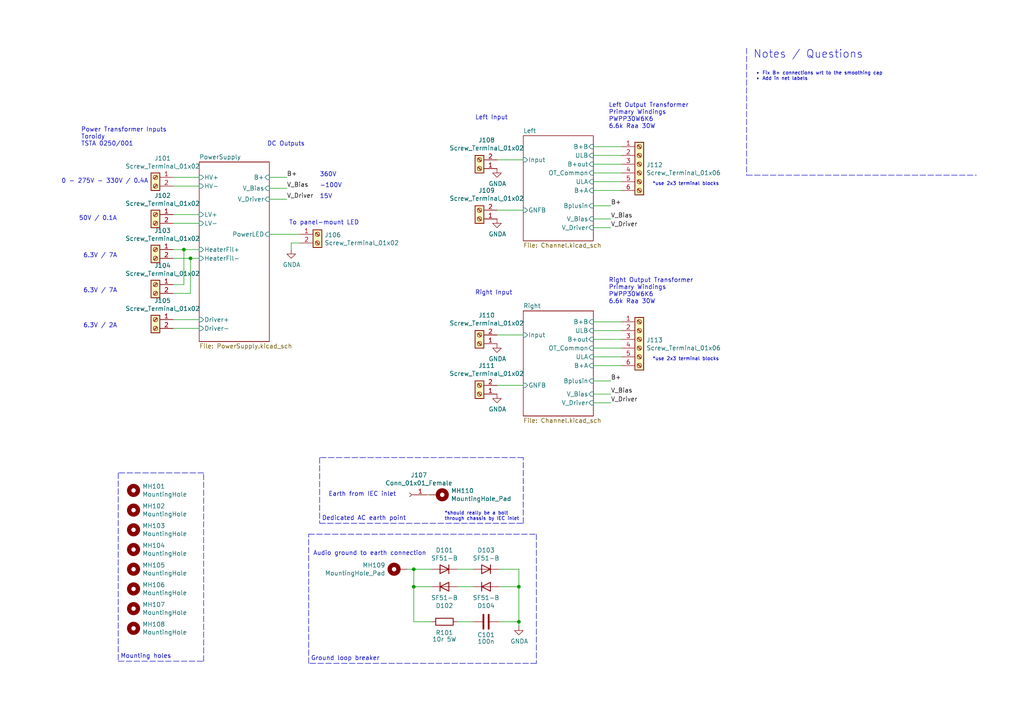
<source format=kicad_sch>
(kicad_sch (version 20211123) (generator eeschema)
  (paper "A4")
  (title_block (title "Baby Huey - \"Engineer's Version\"") (date "2021-04-25"))
  (lib_symbols
    (symbol "Connector:Conn_01x01_Female" (pin_names (offset 1.016) hide)
      (property "Reference" "J" (at 0 2.54 0))
      (property "Value" "Conn_01x01_Female" (at 0 -2.54 0))
      (symbol "Conn_01x01_Female_1_1"
        (polyline (pts (xy -1.27 0) (xy -0.508 0)) (stroke (width 0.1524)))
        (arc (start 0 0.508) (mid -0.508 0) (end 0 -0.508) (stroke (width 0.1524)))
        (pin passive line (at -5.08 0 0) (length 3.81) (name "Pin_1") (number "1"))
      )
    )
    (symbol "Connector:Screw_Terminal_01x02" (pin_names (offset 1.016) hide)
      (property "Reference" "J" (at 0 2.54 0))
      (property "Value" "Screw_Terminal_01x02" (at 0 -5.08 0))
      (symbol "Screw_Terminal_01x02_1_1"
        (rectangle (start -1.27 1.27) (end 1.27 -3.81) (stroke (width 0.254)) (fill (type background)))
        (circle (center 0 -2.54) (radius 0.635) (stroke (width 0.1524)))
        (polyline (pts (xy -0.5334 -2.2098) (xy 0.3302 -3.048)) (stroke (width 0.1524)))
        (polyline (pts (xy -0.5334 0.3302) (xy 0.3302 -0.508)) (stroke (width 0.1524)))
        (polyline (pts (xy -0.3556 -2.032) (xy 0.508 -2.8702)) (stroke (width 0.1524)))
        (polyline (pts (xy -0.3556 0.508) (xy 0.508 -0.3302)) (stroke (width 0.1524)))
        (circle (center 0 0) (radius 0.635) (stroke (width 0.1524)))
        (pin passive line (at -5.08 0 0) (length 3.81) (name "Pin_1") (number "1"))
        (pin passive line (at -5.08 -2.54 0) (length 3.81) (name "Pin_2") (number "2"))
      )
    )
    (symbol "Connector:Screw_Terminal_01x06" (pin_names (offset 1.016) hide)
      (property "Reference" "J" (at 0 7.62 0))
      (property "Value" "Screw_Terminal_01x06" (at 0 -10.16 0))
      (symbol "Screw_Terminal_01x06_1_1"
        (rectangle (start -1.27 6.35) (end 1.27 -8.89) (stroke (width 0.254)) (fill (type background)))
        (circle (center 0 -7.62) (radius 0.635) (stroke (width 0.1524)))
        (circle (center 0 -5.08) (radius 0.635) (stroke (width 0.1524)))
        (circle (center 0 -2.54) (radius 0.635) (stroke (width 0.1524)))
        (polyline (pts (xy -0.5334 -7.2898) (xy 0.3302 -8.128)) (stroke (width 0.1524)))
        (polyline (pts (xy -0.5334 -4.7498) (xy 0.3302 -5.588)) (stroke (width 0.1524)))
        (polyline (pts (xy -0.5334 -2.2098) (xy 0.3302 -3.048)) (stroke (width 0.1524)))
        (polyline (pts (xy -0.5334 0.3302) (xy 0.3302 -0.508)) (stroke (width 0.1524)))
        (polyline (pts (xy -0.5334 2.8702) (xy 0.3302 2.032)) (stroke (width 0.1524)))
        (polyline (pts (xy -0.5334 5.4102) (xy 0.3302 4.572)) (stroke (width 0.1524)))
        (polyline (pts (xy -0.3556 -7.112) (xy 0.508 -7.9502)) (stroke (width 0.1524)))
        (polyline (pts (xy -0.3556 -4.572) (xy 0.508 -5.4102)) (stroke (width 0.1524)))
        (polyline (pts (xy -0.3556 -2.032) (xy 0.508 -2.8702)) (stroke (width 0.1524)))
        (polyline (pts (xy -0.3556 0.508) (xy 0.508 -0.3302)) (stroke (width 0.1524)))
        (polyline (pts (xy -0.3556 3.048) (xy 0.508 2.2098)) (stroke (width 0.1524)))
        (polyline (pts (xy -0.3556 5.588) (xy 0.508 4.7498)) (stroke (width 0.1524)))
        (circle (center 0 0) (radius 0.635) (stroke (width 0.1524)))
        (circle (center 0 2.54) (radius 0.635) (stroke (width 0.1524)))
        (circle (center 0 5.08) (radius 0.635) (stroke (width 0.1524)))
        (pin passive line (at -5.08 5.08 0) (length 3.81) (name "Pin_1") (number "1"))
        (pin passive line (at -5.08 2.54 0) (length 3.81) (name "Pin_2") (number "2"))
        (pin passive line (at -5.08 0 0) (length 3.81) (name "Pin_3") (number "3"))
        (pin passive line (at -5.08 -2.54 0) (length 3.81) (name "Pin_4") (number "4"))
        (pin passive line (at -5.08 -5.08 0) (length 3.81) (name "Pin_5") (number "5"))
        (pin passive line (at -5.08 -7.62 0) (length 3.81) (name "Pin_6") (number "6"))
      )
    )
    (symbol "Device:C" (pin_numbers hide) (pin_names (offset 0.254))
      (property "Reference" "C" (at 0.635 2.54 0))
      (property "Value" "C" (at 0.635 -2.54 0))
      (symbol "C_0_1"
        (polyline (pts (xy -2.032 -0.762) (xy 2.032 -0.762)) (stroke (width 0.508)))
        (polyline (pts (xy -2.032 0.762) (xy 2.032 0.762)) (stroke (width 0.508)))
      )
      (symbol "C_1_1"
        (pin passive line (at 0 3.81 270) (length 2.794) (name "~") (number "1"))
        (pin passive line (at 0 -3.81 90) (length 2.794) (name "~") (number "2"))
      )
    )
    (symbol "Device:D" (pin_numbers hide) (pin_names (offset 1.016) hide)
      (property "Reference" "D" (at 0 2.54 0))
      (property "Value" "D" (at 0 -2.54 0))
      (symbol "D_0_1"
        (polyline (pts (xy -1.27 1.27) (xy -1.27 -1.27)) (stroke (width 0.254)))
        (polyline (pts (xy 1.27 0) (xy -1.27 0)))
        (polyline (pts (xy 1.27 1.27) (xy 1.27 -1.27) (xy -1.27 0) (xy 1.27 1.27)) (stroke (width 0.254)))
      )
      (symbol "D_1_1"
        (pin passive line (at -3.81 0 0) (length 2.54) (name "K") (number "1"))
        (pin passive line (at 3.81 0 180) (length 2.54) (name "A") (number "2"))
      )
    )
    (symbol "Device:R" (pin_numbers hide) (pin_names (offset 0))
      (property "Reference" "R" (at 2.032 0 90))
      (property "Value" "R" (at 0 0 90))
      (symbol "R_0_1"
        (rectangle (start -1.016 -2.54) (end 1.016 2.54) (stroke (width 0.254)))
      )
      (symbol "R_1_1"
        (pin passive line (at 0 3.81 270) (length 1.27) (name "~") (number "1"))
        (pin passive line (at 0 -3.81 90) (length 1.27) (name "~") (number "2"))
      )
    )
    (symbol "Mechanical:MountingHole" (pin_names (offset 1.016))
      (property "Reference" "H" (at 0 5.08 0))
      (property "Value" "MountingHole" (at 0 3.175 0))
      (symbol "MountingHole_0_1"
        (circle (center 0 0) (radius 1.27) (stroke (width 1.27)))
      )
    )
    (symbol "Mechanical:MountingHole_Pad" (pin_numbers hide) (pin_names (offset 1.016) hide)
      (property "Reference" "H" (at 0 6.35 0))
      (property "Value" "MountingHole_Pad" (at 0 4.445 0))
      (symbol "MountingHole_Pad_0_1"
        (circle (center 0 1.27) (radius 1.27) (stroke (width 1.27)))
      )
      (symbol "MountingHole_Pad_1_1"
        (pin input line (at 0 -2.54 90) (length 2.54) (name "1") (number "1"))
      )
    )
    (symbol "power:GNDA" (power) (pin_names (offset 0))
      (property "Value" "GNDA" (at 0 -3.81 0))
      (symbol "GNDA_0_1"
        (polyline (pts (xy 0 0) (xy 0 -1.27) (xy 1.27 -1.27) (xy 0 -2.54) (xy -1.27 -1.27) (xy 0 -1.27)))
      )
      (symbol "GNDA_1_1"
        (pin power_in line (at 0 0 270) (length 0) hide (name "GNDA") (number "1"))
      )
    )
  )
  (junction (at 55.245 74.93))
  (junction (at 150.495 180.34))
  (junction (at 120.015 170.18))
  (junction (at 120.015 165.1))
  (junction (at 53.34 72.39))
  (junction (at 150.495 170.18))
  (polyline (pts (xy 59.055 137.16) (xy 34.29 137.16)))
  (wire (pts (xy 144.78 165.1) (xy 150.495 165.1)))
  (wire (pts (xy 78.105 51.435) (xy 83.185 51.435)))
  (wire (pts (xy 120.015 170.18) (xy 125.095 170.18)))
  (wire (pts (xy 78.105 57.785) (xy 83.185 57.785)))
  (wire (pts (xy 50.165 92.71) (xy 57.785 92.71)))
  (wire (pts (xy 120.015 180.34) (xy 125.095 180.34)))
  (wire (pts (xy 144.145 46.355) (xy 151.765 46.355)))
  (polyline (pts (xy 216.535 50.8) (xy 283.21 50.8)))
  (wire (pts (xy 180.34 106.045) (xy 172.085 106.045)))
  (wire (pts (xy 172.085 116.84) (xy 177.165 116.84)))
  (polyline (pts (xy 34.29 137.16) (xy 34.29 191.77)))
  (wire (pts (xy 55.245 74.93) (xy 50.165 74.93)))
  (wire (pts (xy 120.015 165.1) (xy 118.11 165.1)))
  (wire (pts (xy 57.785 74.93) (xy 55.245 74.93)))
  (wire (pts (xy 50.165 64.77) (xy 57.785 64.77)))
  (wire (pts (xy 132.715 180.34) (xy 137.16 180.34)))
  (wire (pts (xy 180.34 50.165) (xy 172.085 50.165)))
  (wire (pts (xy 177.165 110.49) (xy 172.085 110.49)))
  (wire (pts (xy 50.165 95.25) (xy 57.785 95.25)))
  (wire (pts (xy 132.715 170.18) (xy 137.16 170.18)))
  (wire (pts (xy 55.245 85.09) (xy 55.245 74.93)))
  (wire (pts (xy 50.165 82.55) (xy 53.34 82.55)))
  (wire (pts (xy 84.455 72.39) (xy 84.455 70.485)))
  (wire (pts (xy 172.085 95.885) (xy 180.34 95.885)))
  (polyline (pts (xy 155.575 154.94) (xy 155.575 192.405)))
  (polyline (pts (xy 89.535 154.94) (xy 155.575 154.94)))
  (wire (pts (xy 144.145 97.155) (xy 151.765 97.155)))
  (wire (pts (xy 50.165 85.09) (xy 55.245 85.09)))
  (polyline (pts (xy 151.765 132.715) (xy 92.71 132.715)))
  (wire (pts (xy 172.085 98.425) (xy 180.34 98.425)))
  (wire (pts (xy 78.105 67.945) (xy 86.995 67.945)))
  (wire (pts (xy 144.145 111.76) (xy 151.765 111.76)))
  (wire (pts (xy 120.015 165.1) (xy 120.015 170.18)))
  (wire (pts (xy 172.085 47.625) (xy 180.34 47.625)))
  (wire (pts (xy 144.145 60.96) (xy 151.765 60.96)))
  (wire (pts (xy 132.715 165.1) (xy 137.16 165.1)))
  (wire (pts (xy 172.085 52.705) (xy 180.34 52.705)))
  (wire (pts (xy 50.165 72.39) (xy 53.34 72.39)))
  (wire (pts (xy 144.78 180.34) (xy 150.495 180.34)))
  (wire (pts (xy 53.34 82.55) (xy 53.34 72.39)))
  (polyline (pts (xy 92.71 151.765) (xy 151.765 151.765)))
  (wire (pts (xy 144.78 170.18) (xy 150.495 170.18)))
  (polyline (pts (xy 89.535 192.405) (xy 89.535 154.94)))
  (polyline (pts (xy 34.29 191.77) (xy 59.055 191.77)))
  (polyline (pts (xy 59.055 191.77) (xy 59.055 137.16)))
  (wire (pts (xy 177.165 114.3) (xy 172.085 114.3)))
  (wire (pts (xy 78.105 54.61) (xy 83.185 54.61)))
  (wire (pts (xy 120.015 170.18) (xy 120.015 180.34)))
  (polyline (pts (xy 151.765 151.765) (xy 151.765 132.715)))
  (wire (pts (xy 123.825 143.51) (xy 124.46 143.51)))
  (wire (pts (xy 57.785 62.23) (xy 50.165 62.23)))
  (wire (pts (xy 50.165 53.975) (xy 57.785 53.975)))
  (wire (pts (xy 172.085 103.505) (xy 180.34 103.505)))
  (wire (pts (xy 180.34 55.245) (xy 172.085 55.245)))
  (wire (pts (xy 177.165 59.69) (xy 172.085 59.69)))
  (wire (pts (xy 150.495 165.1) (xy 150.495 170.18)))
  (polyline (pts (xy 155.575 192.405) (xy 89.535 192.405)))
  (wire (pts (xy 177.165 66.04) (xy 172.085 66.04)))
  (wire (pts (xy 172.085 45.085) (xy 180.34 45.085)))
  (wire (pts (xy 53.34 72.39) (xy 57.785 72.39)))
  (polyline (pts (xy 92.71 132.715) (xy 92.71 151.765)))
  (polyline (pts (xy 216.535 13.97) (xy 216.535 50.8)))
  (wire (pts (xy 180.34 93.345) (xy 172.085 93.345)))
  (wire (pts (xy 50.165 51.435) (xy 57.785 51.435)))
  (wire (pts (xy 84.455 70.485) (xy 86.995 70.485)))
  (wire (pts (xy 180.34 42.545) (xy 172.085 42.545)))
  (wire (pts (xy 150.495 180.34) (xy 150.495 181.61)))
  (wire (pts (xy 125.095 165.1) (xy 120.015 165.1)))
  (wire (pts (xy 150.495 180.34) (xy 150.495 170.18)))
  (wire (pts (xy 180.34 100.965) (xy 172.085 100.965)))
  (wire (pts (xy 172.085 63.5) (xy 177.165 63.5)))
  (text "-100V" (at 92.71 54.61 0) (effects (font (size 1.27 1.27)) (justify left bottom)))
  (text "DC Outputs" (at 77.47 42.545 0) (effects (font (size 1.27 1.27)) (justify left bottom)))
  (text "Ground loop breaker" (at 90.17 191.77 0) (effects (font (size 1.27 1.27)) (justify left bottom)))
  (text "Right Input" (at 137.795 85.725 0) (effects (font (size 1.27 1.27)) (justify left bottom)))
  (text "• Fix B+ connections wrt to the smoothing cap\n• Add in net labels" (at 219.075 23.495 0) (effects (font (size 0.9906 0.9906)) (justify left bottom)))
  (text "0 - 275V - 330V / 0.4A" (at 17.78 53.34 0) (effects (font (size 1.27 1.27)) (justify left bottom)))
  (text "Left Output Transformer\nPrimary Windings\nPWPP30W6K6\n6.6k Raa 30W" (at 176.53 37.465 0) (effects (font (size 1.27 1.27)) (justify left bottom)))
  (text "Earth from IEC inlet" (at 95.25 144.145 0) (effects (font (size 1.27 1.27)) (justify left bottom)))
  (text "Notes / Questions" (at 218.44 17.145 0) (effects (font (size 2.2606 2.2606)) (justify left bottom)))
  (text "360V" (at 92.71 51.435 0) (effects (font (size 1.27 1.27)) (justify left bottom)))
  (text "To panel-mount LED" (at 83.82 65.405 0) (effects (font (size 1.27 1.27)) (justify left bottom)))
  (text "6.3V / 7A" (at 24.13 85.09 0) (effects (font (size 1.27 1.27)) (justify left bottom)))
  (text "15V" (at 92.71 57.785 0) (effects (font (size 1.27 1.27)) (justify left bottom)))
  (text "*use 2x3 terminal blocks" (at 189.23 104.775 0) (effects (font (size 0.9906 0.9906)) (justify left bottom)))
  (text "Left Input" (at 137.795 34.925 0) (effects (font (size 1.27 1.27)) (justify left bottom)))
  (text "50V / 0.1A" (at 22.86 64.135 0) (effects (font (size 1.27 1.27)) (justify left bottom)))
  (text "6.3V / 2A" (at 24.13 95.25 0) (effects (font (size 1.27 1.27)) (justify left bottom)))
  (text "Audio ground to earth connection" (at 90.805 161.29 0) (effects (font (size 1.27 1.27)) (justify left bottom)))
  (text "Power Transformer Inputs\nToroidy\nTSTA 0250/001" (at 23.495 42.545 0) (effects (font (size 1.27 1.27)) (justify left bottom)))
  (text "*use 2x3 terminal blocks" (at 189.23 53.975 0) (effects (font (size 0.9906 0.9906)) (justify left bottom)))
  (text "*should really be a bolt\nthrough chassis by IEC inlet" (at 128.905 151.13 0) (effects (font (size 0.9906 0.9906)) (justify left bottom)))
  (text "Dedicated AC earth point" (at 93.345 151.13 0) (effects (font (size 1.27 1.27)) (justify left bottom)))
  (text "6.3V / 7A" (at 24.13 74.93 0) (effects (font (size 1.27 1.27)) (justify left bottom)))
  (text "Mounting holes" (at 34.925 191.135 0) (effects (font (size 1.27 1.27)) (justify left bottom)))
  (text "Right Output Transformer\nPrimary Windings\nPWPP30W6K6\n6.6k Raa 30W" (at 176.53 88.265 0) (effects (font (size 1.27 1.27)) (justify left bottom)))
  (label "V_Driver" (at 177.165 116.84 0))
  (label "V_Bias" (at 177.165 114.3 0))
  (label "B+" (at 177.165 110.49 0))
  (label "V_Bias" (at 83.185 54.61 0))
  (label "B+" (at 177.165 59.69 0))
  (label "B+" (at 83.185 51.435 0))
  (label "V_Bias" (at 177.165 63.5 0))
  (label "V_Driver" (at 83.185 57.785 0))
  (label "V_Driver" (at 177.165 66.04 0))
  (symbol (lib_id "Mechanical:MountingHole") (at 38.735 159.385 0) (unit 1)
    (property "Reference" "MH104" (at 41.275 158.2166 0) (effects (justify left)))
    (property "Value" "MountingHole" (at 41.275 160.528 0) (effects (justify left)))
    (property "Footprint" "MountingHole:MountingHole_3.2mm_M3" (effects hide))
  )
  (symbol (lib_id "Mechanical:MountingHole") (at 38.735 165.1 0) (unit 1)
    (property "Reference" "MH105" (at 41.275 163.9316 0) (effects (justify left)))
    (property "Value" "MountingHole" (at 41.275 166.243 0) (effects (justify left)))
    (property "Footprint" "MountingHole:MountingHole_3.2mm_M3" (effects hide))
  )
  (symbol (lib_id "Mechanical:MountingHole") (at 38.735 170.815 0) (unit 1)
    (property "Reference" "MH106" (at 41.275 169.6466 0) (effects (justify left)))
    (property "Value" "MountingHole" (at 41.275 171.958 0) (effects (justify left)))
    (property "Footprint" "MountingHole:MountingHole_3.2mm_M3" (effects hide))
  )
  (symbol (lib_id "Device:R") (at 128.905 180.34 270) (mirror x) (unit 1)
    (property "Reference" "R101" (at 128.905 183.515 90))
    (property "Value" "10r 5W" (at 128.905 185.42 90))
    (property "Footprint" "Resistor_THT:R_Axial_Power_L25.0mm_W9.0mm_P30.48mm" (effects hide))
  )
  (symbol (lib_id "Device:C") (at 140.97 180.34 90) (unit 1)
    (property "Reference" "C101" (at 140.97 184.15 90))
    (property "Value" "100n" (at 140.97 186.055 90))
    (property "Footprint" "Capacitor_THT:C_Rect_L9.0mm_W3.2mm_P7.50mm_MKT" (effects hide))
  )
  (symbol (lib_id "Connector:Screw_Terminal_01x02") (at 92.075 67.945 0) (unit 1)
    (property "Reference" "J106" (at 94.107 68.1482 0) (effects (justify left)))
    (property "Value" "Screw_Terminal_01x02" (at 94.107 70.4596 0) (effects (justify left)))
    (property "Footprint" "TerminalBlock_Phoenix:TerminalBlock_Phoenix_PT-1,5-2-5.0-H_1x02_P5.00mm_Horizontal" (effects hide))
  )
  (symbol (lib_id "Connector:Screw_Terminal_01x06") (at 185.42 47.625 0) (unit 1)
    (property "Reference" "J112" (at 187.452 47.8282 0) (effects (justify left)))
    (property "Value" "Screw_Terminal_01x06" (at 187.452 50.1396 0) (effects (justify left)))
    (property "Footprint" "TerminalBlock_Phoenix:TerminalBlock_Phoenix_PT-1,5-6-5.0-H_1x06_P5.00mm_Horizontal" (effects hide))
  )
  (symbol (lib_id "Connector:Screw_Terminal_01x02") (at 139.065 48.895 180) (unit 1)
    (property "Reference" "J108" (at 141.1478 40.64 0))
    (property "Value" "Screw_Terminal_01x02" (at 141.1478 42.9514 0))
    (property "Footprint" "TerminalBlock_Phoenix:TerminalBlock_Phoenix_PT-1,5-2-5.0-H_1x02_P5.00mm_Horizontal" (effects hide))
  )
  (symbol (lib_id "Connector:Screw_Terminal_01x02") (at 139.065 63.5 180) (unit 1)
    (property "Reference" "J109" (at 141.1478 55.245 0))
    (property "Value" "Screw_Terminal_01x02" (at 141.1478 57.5564 0))
    (property "Footprint" "TerminalBlock_Phoenix:TerminalBlock_Phoenix_PT-1,5-2-5.0-H_1x02_P5.00mm_Horizontal" (effects hide))
  )
  (symbol (lib_id "Connector:Screw_Terminal_01x02") (at 45.085 51.435 0) (mirror y) (unit 1)
    (property "Reference" "J101" (at 47.1678 45.9232 0))
    (property "Value" "Screw_Terminal_01x02" (at 47.1678 48.2346 0))
    (property "Footprint" "TerminalBlock_Phoenix:TerminalBlock_Phoenix_PT-1,5-2-5.0-H_1x02_P5.00mm_Horizontal" (effects hide))
  )
  (symbol (lib_id "Connector:Screw_Terminal_01x02") (at 45.085 62.23 0) (mirror y) (unit 1)
    (property "Reference" "J102" (at 47.1678 56.7182 0))
    (property "Value" "Screw_Terminal_01x02" (at 47.1678 59.0296 0))
    (property "Footprint" "TerminalBlock_Phoenix:TerminalBlock_Phoenix_PT-1,5-2-5.0-H_1x02_P5.00mm_Horizontal" (effects hide))
  )
  (symbol (lib_id "Connector:Screw_Terminal_01x02") (at 45.085 72.39 0) (mirror y) (unit 1)
    (property "Reference" "J103" (at 47.1678 66.8782 0))
    (property "Value" "Screw_Terminal_01x02" (at 47.1678 69.1896 0))
    (property "Footprint" "TerminalBlock_Phoenix:TerminalBlock_Phoenix_PT-1,5-2-5.0-H_1x02_P5.00mm_Horizontal" (effects hide))
  )
  (symbol (lib_id "Connector:Screw_Terminal_01x02") (at 45.085 82.55 0) (mirror y) (unit 1)
    (property "Reference" "J104" (at 47.1678 77.0382 0))
    (property "Value" "Screw_Terminal_01x02" (at 47.1678 79.3496 0))
    (property "Footprint" "TerminalBlock_Phoenix:TerminalBlock_Phoenix_PT-1,5-2-5.0-H_1x02_P5.00mm_Horizontal" (effects hide))
  )
  (symbol (lib_id "Connector:Screw_Terminal_01x02") (at 45.085 92.71 0) (mirror y) (unit 1)
    (property "Reference" "J105" (at 47.1678 87.1982 0))
    (property "Value" "Screw_Terminal_01x02" (at 47.1678 89.5096 0))
    (property "Footprint" "TerminalBlock_Phoenix:TerminalBlock_Phoenix_PT-1,5-2-5.0-H_1x02_P5.00mm_Horizontal" (effects hide))
  )
  (symbol (lib_id "power:GNDA") (at 144.145 99.695 0) (unit 1)
    (property "Reference" "#PWR0104" (effects hide))
    (property "Value" "GNDA" (at 144.272 104.0892 0))
  )
  (symbol (lib_id "power:GNDA") (at 144.145 114.3 0) (unit 1)
    (property "Reference" "#PWR0105" (effects hide))
    (property "Value" "GNDA" (at 144.272 118.6942 0))
  )
  (symbol (lib_id "Connector:Screw_Terminal_01x06") (at 185.42 98.425 0) (unit 1)
    (property "Reference" "J113" (at 187.452 98.6282 0) (effects (justify left)))
    (property "Value" "Screw_Terminal_01x06" (at 187.452 100.9396 0) (effects (justify left)))
    (property "Footprint" "TerminalBlock_Phoenix:TerminalBlock_Phoenix_PT-1,5-6-5.0-H_1x06_P5.00mm_Horizontal" (effects hide))
  )
  (symbol (lib_id "Connector:Screw_Terminal_01x02") (at 139.065 99.695 180) (unit 1)
    (property "Reference" "J110" (at 141.1478 91.44 0))
    (property "Value" "Screw_Terminal_01x02" (at 141.1478 93.7514 0))
    (property "Footprint" "TerminalBlock_Phoenix:TerminalBlock_Phoenix_PT-1,5-2-5.0-H_1x02_P5.00mm_Horizontal" (effects hide))
  )
  (symbol (lib_id "Connector:Screw_Terminal_01x02") (at 139.065 114.3 180) (unit 1)
    (property "Reference" "J111" (at 141.1478 106.045 0))
    (property "Value" "Screw_Terminal_01x02" (at 141.1478 108.3564 0))
    (property "Footprint" "TerminalBlock_Phoenix:TerminalBlock_Phoenix_PT-1,5-2-5.0-H_1x02_P5.00mm_Horizontal" (effects hide))
  )
  (symbol (lib_id "Connector:Conn_01x01_Female") (at 118.745 143.51 180) (unit 1)
    (property "Reference" "J107" (at 121.4882 137.795 0))
    (property "Value" "Conn_01x01_Female" (at 121.4882 140.1064 0))
    (property "Footprint" "Connector_Wire:SolderWire-2.5sqmm_1x01_D2.4mm_OD3.6mm" (effects hide))
  )
  (symbol (lib_id "power:GNDA") (at 84.455 72.39 0) (unit 1)
    (property "Reference" "#PWR0101" (effects hide))
    (property "Value" "GNDA" (at 84.582 76.7842 0))
  )
  (symbol (lib_id "Device:D") (at 128.905 165.1 180) (unit 1)
    (property "Reference" "D101" (at 128.905 159.5882 0))
    (property "Value" "SF51-B" (at 128.905 161.8996 0))
    (property "Footprint" "Diode_THT:D_DO-201AD_P15.24mm_Horizontal" (effects hide))
  )
  (symbol (lib_id "Device:D") (at 140.97 165.1 180) (unit 1)
    (property "Reference" "D103" (at 140.97 159.5882 0))
    (property "Value" "SF51-B" (at 140.97 161.8996 0))
    (property "Footprint" "Diode_THT:D_DO-201AD_P15.24mm_Horizontal" (effects hide))
  )
  (symbol (lib_id "Device:D") (at 140.97 170.18 0) (unit 1)
    (property "Reference" "D104" (at 140.97 175.6918 0))
    (property "Value" "SF51-B" (at 140.97 173.3804 0))
    (property "Footprint" "Diode_THT:D_DO-201AD_P15.24mm_Horizontal" (effects hide))
  )
  (symbol (lib_id "Device:D") (at 128.905 170.18 0) (unit 1)
    (property "Reference" "D102" (at 128.905 175.6918 0))
    (property "Value" "SF51-B" (at 128.905 173.3804 0))
    (property "Footprint" "Diode_THT:D_DO-201AD_P15.24mm_Horizontal" (effects hide))
  )
  (symbol (lib_id "power:GNDA") (at 150.495 181.61 0) (unit 1)
    (property "Reference" "#PWR0106" (effects hide))
    (property "Value" "GNDA" (at 150.622 186.0042 0))
  )
  (symbol (lib_id "Mechanical:MountingHole_Pad") (at 115.57 165.1 90) (mirror x) (unit 1)
    (property "Reference" "MH109" (at 111.76 163.9316 90) (effects (justify left)))
    (property "Value" "MountingHole_Pad" (at 111.76 166.243 90) (effects (justify left)))
    (property "Footprint" "MountingHole:MountingHole_3.2mm_M3_Pad_Via" (effects hide))
  )
  (symbol (lib_id "power:GNDA") (at 144.145 48.895 0) (unit 1)
    (property "Reference" "#PWR0102" (effects hide))
    (property "Value" "GNDA" (at 144.272 53.2892 0))
  )
  (symbol (lib_id "power:GNDA") (at 144.145 63.5 0) (unit 1)
    (property "Reference" "#PWR0103" (effects hide))
    (property "Value" "GNDA" (at 144.272 67.8942 0))
  )
  (symbol (lib_id "Mechanical:MountingHole_Pad") (at 127 143.51 270) (unit 1)
    (property "Reference" "MH110" (at 130.81 142.3416 90) (effects (justify left)))
    (property "Value" "MountingHole_Pad" (at 130.81 144.653 90) (effects (justify left)))
    (property "Footprint" "MountingHole:MountingHole_3.2mm_M3_Pad_Via" (effects hide))
  )
  (symbol (lib_id "Mechanical:MountingHole") (at 38.735 142.24 0) (unit 1)
    (property "Reference" "MH101" (at 41.275 141.0716 0) (effects (justify left)))
    (property "Value" "MountingHole" (at 41.275 143.383 0) (effects (justify left)))
    (property "Footprint" "MountingHole:MountingHole_3.2mm_M3" (effects hide))
  )
  (symbol (lib_id "Mechanical:MountingHole") (at 38.735 147.955 0) (unit 1)
    (property "Reference" "MH102" (at 41.275 146.7866 0) (effects (justify left)))
    (property "Value" "MountingHole" (at 41.275 149.098 0) (effects (justify left)))
    (property "Footprint" "MountingHole:MountingHole_3.2mm_M3" (effects hide))
  )
  (symbol (lib_id "Mechanical:MountingHole") (at 38.735 153.67 0) (unit 1)
    (property "Reference" "MH103" (at 41.275 152.5016 0) (effects (justify left)))
    (property "Value" "MountingHole" (at 41.275 154.813 0) (effects (justify left)))
    (property "Footprint" "MountingHole:MountingHole_3.2mm_M3" (effects hide))
  )
  (symbol (lib_id "Mechanical:MountingHole") (at 38.735 176.53 0) (unit 1)
    (property "Reference" "MH107" (at 41.275 175.3616 0) (effects (justify left)))
    (property "Value" "MountingHole" (at 41.275 177.673 0) (effects (justify left)))
    (property "Footprint" "MountingHole:MountingHole_3.2mm_M3" (effects hide))
  )
  (symbol (lib_id "Mechanical:MountingHole") (at 38.735 182.245 0) (unit 1)
    (property "Reference" "MH108" (at 41.275 181.0766 0) (effects (justify left)))
    (property "Value" "MountingHole" (at 41.275 183.388 0) (effects (justify left)))
    (property "Footprint" "MountingHole:MountingHole_3.2mm_M3" (effects hide))
  )
  (sheet (at 151.765 39.37) (size 20.32 30.48)
    (property "Sheet name" "Left" (at 151.765 38.6584 0) (effects (justify left bottom)))
    (property "Sheet file" "Channel.kicad_sch" (at 151.765 70.4346 0) (effects (justify left top)))
    (pin "B+A" input (at 172.085 55.245 0))
    (pin "B+B" input (at 172.085 42.545 0))
    (pin "ULA" input (at 172.085 52.705 0))
    (pin "ULB" input (at 172.085 45.085 0))
    (pin "Input" input (at 151.765 46.355 180))
    (pin "B+out" input (at 172.085 47.625 0))
    (pin "GNFB" input (at 151.765 60.96 180))
    (pin "V_Bias" input (at 172.085 63.5 0))
    (pin "V_Driver" input (at 172.085 66.04 0))
    (pin "OT_Common" input (at 172.085 50.165 0))
    (pin "Bplusin" input (at 172.085 59.69 0))
  )
  (sheet (at 151.765 90.17) (size 20.32 30.48)
    (property "Sheet name" "Right" (at 151.765 89.4584 0) (effects (justify left bottom)))
    (property "Sheet file" "Channel.kicad_sch" (at 151.765 121.2346 0) (effects (justify left top)))
    (pin "B+A" input (at 172.085 106.045 0))
    (pin "B+B" input (at 172.085 93.345 0))
    (pin "ULA" input (at 172.085 103.505 0))
    (pin "ULB" input (at 172.085 95.885 0))
    (pin "Input" input (at 151.765 97.155 180))
    (pin "B+out" input (at 172.085 98.425 0))
    (pin "GNFB" input (at 151.765 111.76 180))
    (pin "V_Bias" input (at 172.085 114.3 0))
    (pin "V_Driver" input (at 172.085 116.84 0))
    (pin "OT_Common" input (at 172.085 100.965 0))
    (pin "Bplusin" input (at 172.085 110.49 0))
  )
  (sheet (at 57.785 46.99) (size 20.32 52.07)
    (property "Sheet name" "PowerSupply" (at 57.785 46.2784 0) (effects (justify left bottom)))
    (property "Sheet file" "PowerSupply.kicad_sch" (at 57.785 99.6446 0) (effects (justify left top)))
    (pin "B+" input (at 78.105 51.435 0))
    (pin "V_Bias" input (at 78.105 54.61 0))
    (pin "V_Driver" input (at 78.105 57.785 0))
    (pin "HV+" input (at 57.785 51.435 180))
    (pin "HV-" input (at 57.785 53.975 180))
    (pin "LV+" input (at 57.785 62.23 180))
    (pin "LV-" input (at 57.785 64.77 180))
    (pin "Driver+" input (at 57.785 92.71 180))
    (pin "Driver-" input (at 57.785 95.25 180))
    (pin "HeaterFil+" input (at 57.785 72.39 180))
    (pin "HeaterFil-" input (at 57.785 74.93 180))
    (pin "PowerLED" input (at 78.105 67.945 0))
  )
)
</source>
